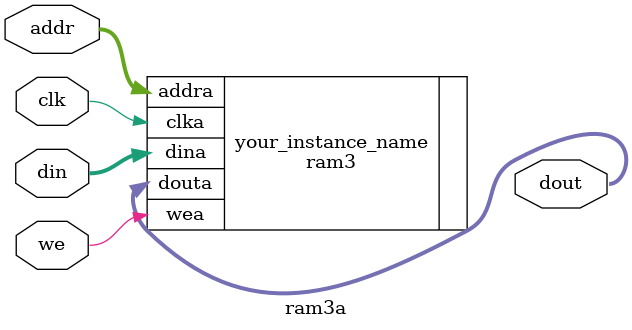
<source format=v>
`timescale 1ns / 1ps


module ram3a(
    input 			 clk,
    input 			 we,
    input 	[15:0] addr,
    input 	[15:0] din,
    output 	[15:0] dout
    );
	 
	 //----------- Begin Cut here for INSTANTIATION Template ---// INST_TAG
	ram3 your_instance_name (
	  .clka(clk), // input clka
	  .wea(we), // input [0 : 0] wea
	  .addra(addr), // input [7 : 0] addra
	  .dina(din), // input [15 : 0] dina
	  .douta(dout) // output [15 : 0] douta
	);
	// INST_TAG_END ------ End INSTANTIATION Template ---------


endmodule

</source>
